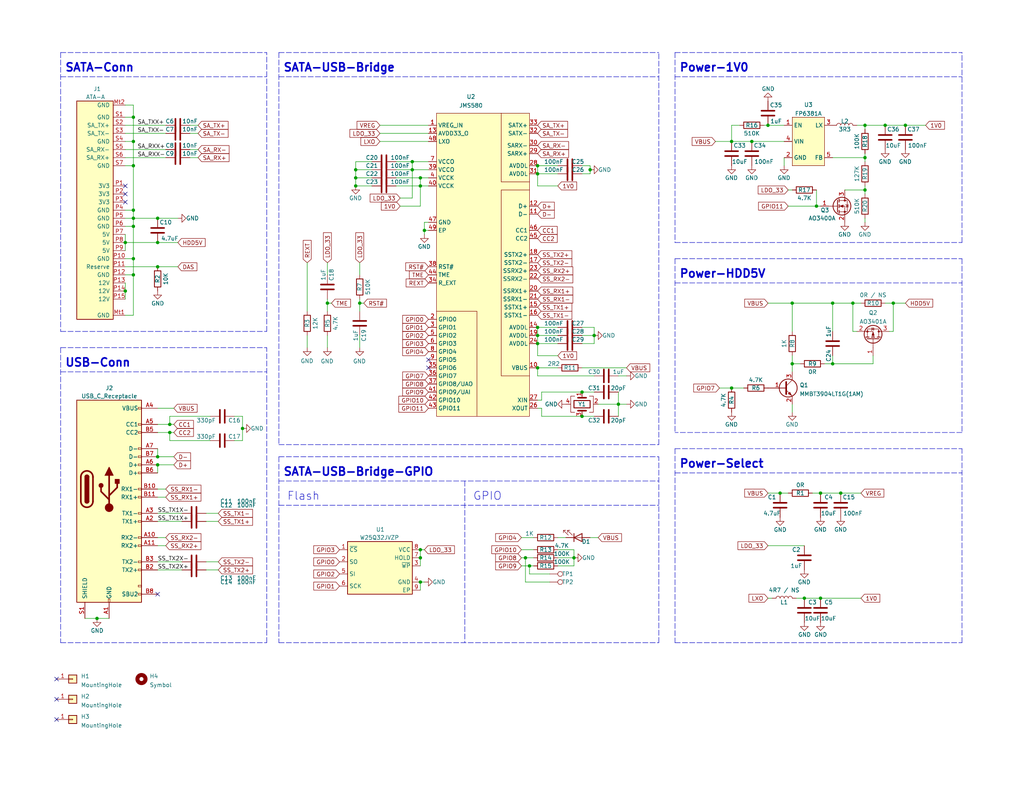
<source format=kicad_sch>
(kicad_sch (version 20211123) (generator eeschema)
  (paper "User" 321.767 249.403)
  (junction (at 41.91 86.36))
  (junction (at 39.37 91.44))
  (junction (at 102.87 95.25))
  (junction (at 132.08 175.26))
  (junction (at 271.78 39.37))
  (junction (at 113.03 95.25))
  (junction (at 267.97 95.25))
  (junction (at 168.91 54.61))
  (junction (at 180.34 175.26))
  (junction (at 132.08 182.88))
  (junction (at 41.91 52.07))
  (junction (at 261.62 95.25))
  (junction (at 41.91 66.04))
  (junction (at 53.34 135.89))
  (junction (at 111.76 55.88))
  (junction (at 168.91 52.07))
  (junction (at 49.53 68.58))
  (junction (at 168.91 107.95))
  (junction (at 182.88 123.19))
  (junction (at 168.91 115.57))
  (junction (at 165.1 175.26))
  (junction (at 236.22 44.45))
  (junction (at 280.67 95.25))
  (junction (at 256.54 64.77))
  (junction (at 261.62 114.3))
  (junction (at 41.91 44.45))
  (junction (at 132.08 55.88))
  (junction (at 185.42 53.34))
  (junction (at 133.35 72.39))
  (junction (at 129.54 53.34))
  (junction (at 132.08 58.42))
  (junction (at 41.91 71.12))
  (junction (at 129.54 50.8))
  (junction (at 182.88 130.81))
  (junction (at 111.76 58.42))
  (junction (at 39.37 76.2))
  (junction (at 111.76 53.34))
  (junction (at 49.53 76.2))
  (junction (at 168.91 102.87))
  (junction (at 41.91 36.83))
  (junction (at 194.31 127))
  (junction (at 41.91 68.58))
  (junction (at 257.81 187.96))
  (junction (at 229.87 121.92))
  (junction (at 271.78 49.53))
  (junction (at 76.2 134.62))
  (junction (at 257.81 154.94))
  (junction (at 53.34 133.35))
  (junction (at 49.53 143.51))
  (junction (at 271.78 59.69))
  (junction (at 284.48 39.37))
  (junction (at 168.91 105.41))
  (junction (at 132.08 172.72))
  (junction (at 229.87 44.45))
  (junction (at 166.37 177.8))
  (junction (at 248.92 114.3))
  (junction (at 264.16 154.94))
  (junction (at 49.53 146.05))
  (junction (at 252.73 187.96))
  (junction (at 186.69 105.41))
  (junction (at 49.53 83.82))
  (junction (at 278.13 39.37))
  (junction (at 30.48 194.31))
  (junction (at 248.92 95.25))
  (junction (at 41.91 81.28))
  (junction (at 245.11 154.94))
  (junction (at 241.3 39.37))
  (no_connect (at 49.53 186.69))
  (no_connect (at 17.78 226.06))
  (no_connect (at 17.78 213.36))
  (no_connect (at 17.78 219.71))
  (no_connect (at 39.37 60.96))
  (no_connect (at 39.37 63.5))
  (no_connect (at 39.37 58.42))
  (no_connect (at 134.62 115.57))
  (no_connect (at 134.62 113.03))
  (wire (pts (xy 119.38 39.37) (xy 134.62 39.37)))
  (wire (pts (xy 252.73 187.96) (xy 257.81 187.96)))
  (wire (pts (xy 102.87 105.41) (xy 102.87 109.22)))
  (polyline (pts (xy 19.05 24.13) (xy 83.82 24.13)))
  (wire (pts (xy 41.91 52.07) (xy 41.91 66.04)))
  (wire (pts (xy 55.88 83.82) (xy 49.53 83.82)))
  (wire (pts (xy 49.53 68.58) (xy 41.91 68.58)))
  (wire (pts (xy 39.37 73.66) (xy 39.37 76.2)))
  (wire (pts (xy 49.53 83.82) (xy 39.37 83.82)))
  (wire (pts (xy 267.97 95.25) (xy 270.51 95.25)))
  (wire (pts (xy 41.91 71.12) (xy 39.37 71.12)))
  (wire (pts (xy 241.3 171.45) (xy 252.73 171.45)))
  (wire (pts (xy 261.62 114.3) (xy 274.32 114.3)))
  (polyline (pts (xy 212.09 24.13) (xy 302.26 24.13)))
  (wire (pts (xy 39.37 36.83) (xy 41.91 36.83)))
  (wire (pts (xy 68.58 163.83) (xy 64.77 163.83)))
  (wire (pts (xy 41.91 66.04) (xy 41.91 68.58)))
  (wire (pts (xy 68.58 179.07) (xy 64.77 179.07)))
  (wire (pts (xy 62.23 46.99) (xy 59.69 46.99)))
  (wire (pts (xy 53.34 133.35) (xy 54.61 133.35)))
  (polyline (pts (xy 207.01 201.93) (xy 207.01 143.51)))
  (wire (pts (xy 41.91 99.06) (xy 39.37 99.06)))
  (wire (pts (xy 119.38 41.91) (xy 134.62 41.91)))
  (wire (pts (xy 132.08 58.42) (xy 134.62 58.42)))
  (wire (pts (xy 134.62 69.85) (xy 133.35 69.85)))
  (wire (pts (xy 182.88 52.07) (xy 185.42 52.07)))
  (wire (pts (xy 261.62 49.53) (xy 271.78 49.53)))
  (wire (pts (xy 280.67 95.25) (xy 278.13 95.25)))
  (wire (pts (xy 165.1 175.26) (xy 167.64 175.26)))
  (wire (pts (xy 41.91 36.83) (xy 41.91 44.45)))
  (wire (pts (xy 248.92 95.25) (xy 248.92 104.14)))
  (wire (pts (xy 271.78 59.69) (xy 271.78 60.96)))
  (wire (pts (xy 125.73 64.77) (xy 132.08 64.77)))
  (wire (pts (xy 132.08 182.88) (xy 133.35 182.88)))
  (wire (pts (xy 168.91 52.07) (xy 168.91 54.61)))
  (wire (pts (xy 248.92 114.3) (xy 248.92 116.84)))
  (wire (pts (xy 271.78 48.26) (xy 271.78 49.53)))
  (wire (pts (xy 168.91 102.87) (xy 168.91 105.41)))
  (wire (pts (xy 168.91 52.07) (xy 175.26 52.07)))
  (wire (pts (xy 104.14 95.25) (xy 102.87 95.25)))
  (wire (pts (xy 168.91 128.27) (xy 170.18 128.27)))
  (wire (pts (xy 57.15 176.53) (xy 49.53 176.53)))
  (polyline (pts (xy 212.09 88.9) (xy 302.26 88.9)))
  (polyline (pts (xy 87.63 143.51) (xy 87.63 201.93)))
  (wire (pts (xy 133.35 72.39) (xy 133.35 73.66)))
  (wire (pts (xy 170.18 123.19) (xy 170.18 125.73)))
  (polyline (pts (xy 302.26 81.28) (xy 302.26 135.89)))
  (wire (pts (xy 62.23 41.91) (xy 59.69 41.91)))
  (polyline (pts (xy 212.09 140.97) (xy 212.09 201.93)))
  (wire (pts (xy 102.87 82.55) (xy 102.87 86.36)))
  (wire (pts (xy 54.61 143.51) (xy 49.53 143.51)))
  (wire (pts (xy 232.41 39.37) (xy 229.87 39.37)))
  (wire (pts (xy 224.79 44.45) (xy 229.87 44.45)))
  (wire (pts (xy 96.52 105.41) (xy 96.52 109.22)))
  (wire (pts (xy 41.91 81.28) (xy 39.37 81.28)))
  (wire (pts (xy 185.42 54.61) (xy 185.42 53.34)))
  (wire (pts (xy 39.37 88.9) (xy 39.37 91.44)))
  (wire (pts (xy 41.91 66.04) (xy 39.37 66.04)))
  (wire (pts (xy 257.81 154.94) (xy 255.27 154.94)))
  (wire (pts (xy 53.34 135.89) (xy 49.53 135.89)))
  (wire (pts (xy 39.37 91.44) (xy 39.37 93.98)))
  (wire (pts (xy 133.35 69.85) (xy 133.35 72.39)))
  (wire (pts (xy 180.34 172.72) (xy 180.34 175.26)))
  (wire (pts (xy 261.62 111.76) (xy 261.62 114.3)))
  (wire (pts (xy 168.91 118.11) (xy 168.91 115.57)))
  (wire (pts (xy 68.58 176.53) (xy 64.77 176.53)))
  (wire (pts (xy 49.53 76.2) (xy 39.37 76.2)))
  (wire (pts (xy 182.88 105.41) (xy 186.69 105.41)))
  (wire (pts (xy 252.73 187.96) (xy 250.19 187.96)))
  (wire (pts (xy 41.91 81.28) (xy 41.91 86.36)))
  (wire (pts (xy 270.51 154.94) (xy 264.16 154.94)))
  (wire (pts (xy 170.18 130.81) (xy 182.88 130.81)))
  (wire (pts (xy 54.61 146.05) (xy 49.53 146.05)))
  (wire (pts (xy 271.78 68.58) (xy 271.78 69.85)))
  (wire (pts (xy 132.08 58.42) (xy 132.08 55.88)))
  (wire (pts (xy 196.85 127) (xy 194.31 127)))
  (wire (pts (xy 124.46 50.8) (xy 129.54 50.8)))
  (wire (pts (xy 229.87 44.45) (xy 236.22 44.45)))
  (wire (pts (xy 247.65 64.77) (xy 256.54 64.77)))
  (wire (pts (xy 168.91 105.41) (xy 168.91 107.95)))
  (wire (pts (xy 163.83 175.26) (xy 165.1 175.26)))
  (wire (pts (xy 132.08 64.77) (xy 132.08 58.42)))
  (wire (pts (xy 113.03 95.25) (xy 113.03 97.79)))
  (wire (pts (xy 284.48 39.37) (xy 290.83 39.37)))
  (wire (pts (xy 247.65 59.69) (xy 248.92 59.69)))
  (wire (pts (xy 168.91 54.61) (xy 168.91 58.42)))
  (wire (pts (xy 271.78 58.42) (xy 271.78 59.69)))
  (wire (pts (xy 274.32 114.3) (xy 274.32 111.76)))
  (wire (pts (xy 132.08 182.88) (xy 132.08 185.42)))
  (wire (pts (xy 241.3 95.25) (xy 248.92 95.25)))
  (wire (pts (xy 245.11 154.94) (xy 247.65 154.94)))
  (wire (pts (xy 166.37 180.34) (xy 172.72 180.34)))
  (wire (pts (xy 182.88 123.19) (xy 186.69 123.19)))
  (wire (pts (xy 41.91 71.12) (xy 41.91 81.28)))
  (polyline (pts (xy 19.05 109.22) (xy 19.05 201.93)))
  (wire (pts (xy 166.37 177.8) (xy 166.37 180.34)))
  (wire (pts (xy 175.26 177.8) (xy 180.34 177.8)))
  (wire (pts (xy 54.61 128.27) (xy 49.53 128.27)))
  (polyline (pts (xy 212.09 81.28) (xy 212.09 135.89)))
  (wire (pts (xy 57.15 161.29) (xy 49.53 161.29)))
  (wire (pts (xy 168.91 111.76) (xy 175.26 111.76)))
  (wire (pts (xy 187.96 127) (xy 194.31 127)))
  (wire (pts (xy 132.08 172.72) (xy 132.08 175.26)))
  (wire (pts (xy 34.29 194.31) (xy 30.48 194.31)))
  (wire (pts (xy 265.43 59.69) (xy 271.78 59.69)))
  (wire (pts (xy 168.91 102.87) (xy 175.26 102.87)))
  (wire (pts (xy 39.37 46.99) (xy 52.07 46.99)))
  (wire (pts (xy 124.46 58.42) (xy 132.08 58.42)))
  (polyline (pts (xy 83.82 201.93) (xy 83.82 109.22)))
  (polyline (pts (xy 87.63 139.7) (xy 207.01 139.7)))
  (wire (pts (xy 256.54 64.77) (xy 257.81 64.77)))
  (wire (pts (xy 39.37 76.2) (xy 39.37 78.74)))
  (wire (pts (xy 102.87 93.98) (xy 102.87 95.25)))
  (wire (pts (xy 248.92 111.76) (xy 248.92 114.3)))
  (wire (pts (xy 41.91 68.58) (xy 39.37 68.58)))
  (wire (pts (xy 111.76 50.8) (xy 116.84 50.8)))
  (wire (pts (xy 226.06 121.92) (xy 229.87 121.92)))
  (wire (pts (xy 165.1 175.26) (xy 165.1 182.88)))
  (wire (pts (xy 267.97 104.14) (xy 267.97 95.25)))
  (wire (pts (xy 180.34 175.26) (xy 180.34 177.8)))
  (wire (pts (xy 175.26 168.91) (xy 177.8 168.91)))
  (wire (pts (xy 96.52 82.55) (xy 96.52 97.79)))
  (polyline (pts (xy 19.05 16.51) (xy 19.05 104.14)))
  (wire (pts (xy 182.88 54.61) (xy 185.42 54.61)))
  (wire (pts (xy 280.67 95.25) (xy 284.48 95.25)))
  (wire (pts (xy 257.81 187.96) (xy 270.51 187.96)))
  (wire (pts (xy 53.34 138.43) (xy 66.04 138.43)))
  (wire (pts (xy 39.37 49.53) (xy 52.07 49.53)))
  (wire (pts (xy 269.24 39.37) (xy 271.78 39.37)))
  (wire (pts (xy 240.03 39.37) (xy 241.3 39.37)))
  (wire (pts (xy 134.62 72.39) (xy 133.35 72.39)))
  (wire (pts (xy 132.08 175.26) (xy 132.08 177.8)))
  (wire (pts (xy 241.3 154.94) (xy 245.11 154.94)))
  (wire (pts (xy 53.34 130.81) (xy 53.34 133.35)))
  (wire (pts (xy 111.76 53.34) (xy 111.76 50.8)))
  (wire (pts (xy 62.23 39.37) (xy 59.69 39.37)))
  (wire (pts (xy 271.78 49.53) (xy 271.78 50.8)))
  (wire (pts (xy 182.88 130.81) (xy 186.69 130.81)))
  (wire (pts (xy 57.15 179.07) (xy 49.53 179.07)))
  (wire (pts (xy 55.88 76.2) (xy 49.53 76.2)))
  (wire (pts (xy 129.54 53.34) (xy 129.54 62.23)))
  (wire (pts (xy 111.76 53.34) (xy 111.76 55.88)))
  (wire (pts (xy 113.03 82.55) (xy 113.03 86.36)))
  (wire (pts (xy 182.88 102.87) (xy 186.69 102.87)))
  (wire (pts (xy 248.92 114.3) (xy 251.46 114.3)))
  (wire (pts (xy 49.53 168.91) (xy 52.07 168.91)))
  (wire (pts (xy 168.91 54.61) (xy 175.26 54.61)))
  (polyline (pts (xy 87.63 24.13) (xy 207.01 24.13)))
  (wire (pts (xy 125.73 62.23) (xy 129.54 62.23)))
  (wire (pts (xy 73.66 138.43) (xy 76.2 138.43)))
  (wire (pts (xy 168.91 105.41) (xy 175.26 105.41)))
  (wire (pts (xy 271.78 39.37) (xy 271.78 40.64)))
  (wire (pts (xy 52.07 156.21) (xy 49.53 156.21)))
  (polyline (pts (xy 212.09 148.59) (xy 302.26 148.59)))
  (wire (pts (xy 41.91 86.36) (xy 39.37 86.36)))
  (wire (pts (xy 129.54 53.34) (xy 134.62 53.34)))
  (wire (pts (xy 129.54 50.8) (xy 134.62 50.8)))
  (wire (pts (xy 49.53 140.97) (xy 49.53 143.51)))
  (polyline (pts (xy 212.09 81.28) (xy 302.26 81.28)))
  (wire (pts (xy 41.91 52.07) (xy 39.37 52.07)))
  (wire (pts (xy 41.91 44.45) (xy 41.91 52.07)))
  (wire (pts (xy 111.76 55.88) (xy 116.84 55.88)))
  (wire (pts (xy 41.91 68.58) (xy 41.91 71.12)))
  (polyline (pts (xy 87.63 143.51) (xy 207.01 143.51)))
  (wire (pts (xy 236.22 44.45) (xy 246.38 44.45)))
  (wire (pts (xy 41.91 36.83) (xy 41.91 33.02)))
  (wire (pts (xy 196.85 115.57) (xy 182.88 115.57)))
  (polyline (pts (xy 87.63 151.13) (xy 207.01 151.13)))
  (wire (pts (xy 111.76 55.88) (xy 111.76 58.42)))
  (wire (pts (xy 68.58 161.29) (xy 64.77 161.29)))
  (wire (pts (xy 30.48 194.31) (xy 26.67 194.31)))
  (wire (pts (xy 170.18 130.81) (xy 170.18 128.27)))
  (wire (pts (xy 185.42 168.91) (xy 187.96 168.91)))
  (wire (pts (xy 165.1 182.88) (xy 172.72 182.88)))
  (wire (pts (xy 132.08 172.72) (xy 133.35 172.72)))
  (wire (pts (xy 124.46 55.88) (xy 132.08 55.88)))
  (polyline (pts (xy 19.05 109.22) (xy 83.82 109.22)))
  (wire (pts (xy 229.87 121.92) (xy 233.68 121.92)))
  (wire (pts (xy 259.08 114.3) (xy 261.62 114.3)))
  (wire (pts (xy 124.46 53.34) (xy 129.54 53.34)))
  (wire (pts (xy 102.87 95.25) (xy 102.87 97.79)))
  (wire (pts (xy 241.3 39.37) (xy 246.38 39.37)))
  (wire (pts (xy 194.31 130.81) (xy 194.31 127)))
  (wire (pts (xy 39.37 41.91) (xy 52.07 41.91)))
  (wire (pts (xy 55.88 68.58) (xy 49.53 68.58)))
  (polyline (pts (xy 87.63 158.75) (xy 207.01 158.75)))
  (wire (pts (xy 53.34 135.89) (xy 53.34 138.43)))
  (wire (pts (xy 54.61 135.89) (xy 53.34 135.89)))
  (polyline (pts (xy 19.05 201.93) (xy 83.82 201.93)))
  (wire (pts (xy 269.24 104.14) (xy 267.97 104.14)))
  (wire (pts (xy 73.66 130.81) (xy 76.2 130.81)))
  (wire (pts (xy 242.57 187.96) (xy 241.3 187.96)))
  (wire (pts (xy 168.91 107.95) (xy 168.91 111.76)))
  (wire (pts (xy 76.2 130.81) (xy 76.2 134.62)))
  (polyline (pts (xy 212.09 201.93) (xy 302.26 201.93)))
  (wire (pts (xy 271.78 39.37) (xy 278.13 39.37)))
  (wire (pts (xy 111.76 58.42) (xy 116.84 58.42)))
  (wire (pts (xy 57.15 163.83) (xy 49.53 163.83)))
  (wire (pts (xy 256.54 59.69) (xy 256.54 64.77)))
  (polyline (pts (xy 87.63 16.51) (xy 207.01 16.51)))
  (wire (pts (xy 111.76 53.34) (xy 116.84 53.34)))
  (polyline (pts (xy 302.26 201.93) (xy 302.26 140.97)))
  (wire (pts (xy 257.81 154.94) (xy 264.16 154.94)))
  (wire (pts (xy 41.91 44.45) (xy 39.37 44.45)))
  (wire (pts (xy 163.83 172.72) (xy 167.64 172.72)))
  (wire (pts (xy 49.53 171.45) (xy 52.07 171.45)))
  (wire (pts (xy 114.3 95.25) (xy 113.03 95.25)))
  (wire (pts (xy 76.2 134.62) (xy 76.2 138.43)))
  (polyline (pts (xy 212.09 140.97) (xy 302.26 140.97)))
  (wire (pts (xy 132.08 55.88) (xy 134.62 55.88)))
  (wire (pts (xy 113.03 105.41) (xy 113.03 109.22)))
  (wire (pts (xy 248.92 95.25) (xy 261.62 95.25)))
  (wire (pts (xy 196.85 118.11) (xy 194.31 118.11)))
  (polyline (pts (xy 302.26 76.2) (xy 302.26 16.51)))
  (polyline (pts (xy 302.26 135.89) (xy 212.09 135.89)))
  (wire (pts (xy 246.38 49.53) (xy 246.38 52.07)))
  (wire (pts (xy 194.31 127) (xy 194.31 123.19)))
  (wire (pts (xy 182.88 107.95) (xy 186.69 107.95)))
  (polyline (pts (xy 19.05 16.51) (xy 83.82 16.51)))
  (wire (pts (xy 248.92 127) (xy 248.92 129.54)))
  (wire (pts (xy 185.42 52.07) (xy 185.42 53.34)))
  (wire (pts (xy 49.53 133.35) (xy 53.34 133.35)))
  (polyline (pts (xy 87.63 201.93) (xy 207.01 201.93)))
  (wire (pts (xy 39.37 39.37) (xy 52.07 39.37)))
  (wire (pts (xy 129.54 50.8) (xy 129.54 53.34)))
  (wire (pts (xy 41.91 86.36) (xy 41.91 99.06)))
  (polyline (pts (xy 19.05 116.84) (xy 83.82 116.84)))
  (polyline (pts (xy 83.82 104.14) (xy 83.82 16.51)))
  (wire (pts (xy 163.83 168.91) (xy 167.64 168.91)))
  (wire (pts (xy 168.91 58.42) (xy 175.26 58.42)))
  (wire (pts (xy 66.04 130.81) (xy 53.34 130.81)))
  (wire (pts (xy 170.18 123.19) (xy 182.88 123.19)))
  (wire (pts (xy 279.4 104.14) (xy 280.67 104.14)))
  (wire (pts (xy 41.91 33.02) (xy 39.37 33.02)))
  (polyline (pts (xy 212.09 76.2) (xy 302.26 76.2)))
  (wire (pts (xy 163.83 177.8) (xy 166.37 177.8)))
  (wire (pts (xy 261.62 95.25) (xy 267.97 95.25)))
  (wire (pts (xy 280.67 104.14) (xy 280.67 95.25)))
  (wire (pts (xy 261.62 95.25) (xy 261.62 104.14)))
  (wire (pts (xy 52.07 153.67) (xy 49.53 153.67)))
  (polyline (pts (xy 212.09 16.51) (xy 212.09 76.2)))
  (wire (pts (xy 168.91 125.73) (xy 170.18 125.73)))
  (wire (pts (xy 186.69 102.87) (xy 186.69 105.41)))
  (wire (pts (xy 119.38 44.45) (xy 134.62 44.45)))
  (wire (pts (xy 175.26 172.72) (xy 180.34 172.72)))
  (wire (pts (xy 278.13 39.37) (xy 284.48 39.37)))
  (wire (pts (xy 62.23 49.53) (xy 59.69 49.53)))
  (polyline (pts (xy 146.05 151.13) (xy 146.05 201.93)))
  (wire (pts (xy 175.26 175.26) (xy 180.34 175.26)))
  (wire (pts (xy 49.53 146.05) (xy 49.53 148.59)))
  (polyline (pts (xy 207.01 139.7) (xy 207.01 16.51)))
  (wire (pts (xy 229.87 39.37) (xy 229.87 44.45)))
  (polyline (pts (xy 212.09 16.51) (xy 302.26 16.51)))
  (wire (pts (xy 113.03 93.98) (xy 113.03 95.25)))
  (polyline (pts (xy 19.05 104.14) (xy 83.82 104.14)))
  (wire (pts (xy 186.69 107.95) (xy 186.69 105.41)))
  (wire (pts (xy 166.37 177.8) (xy 167.64 177.8)))
  (wire (pts (xy 168.91 118.11) (xy 186.69 118.11)))
  (wire (pts (xy 168.91 107.95) (xy 175.26 107.95)))
  (wire (pts (xy 168.91 115.57) (xy 175.26 115.57)))
  (polyline (pts (xy 87.63 16.51) (xy 87.63 139.7)))
  (text "Power-Select\n" (at 213.36 147.32 0) (effects (font (size 2.54 2.54) (thickness 0.508) bold) (justify left bottom)))
  (text "Flash" (at 90.17 157.48 0) (effects (font (size 2.54 2.54)) (justify left bottom)))
  (text "SATA-USB-Bridge-GPIO" (at 88.9 149.86 0) (effects (font (size 2.54 2.54) (thickness 0.508) bold) (justify left bottom)))
  (text "Power-HDD5V" (at 213.36 87.63 0) (effects (font (size 2.54 2.54) (thickness 0.508) bold) (justify left bottom)))
  (text "SATA-Conn" (at 20.32 22.86 0) (effects (font (size 2.54 2.54) (thickness 0.508) bold) (justify left bottom)))
  (text "USB-Conn" (at 20.32 115.57 0) (effects (font (size 2.54 2.54) (thickness 0.508) bold) (justify left bottom)))
  (text "SATA-USB-Bridge" (at 88.9 22.86 0) (effects (font (size 2.54 2.54) (thickness 0.508) bold) (justify left bottom)))
  (text "Power-1V0" (at 213.36 22.86 0) (effects (font (size 2.54 2.54) (thickness 0.508) bold) (justify left bottom)))
  (text "GPIO" (at 148.59 157.48 0) (effects (font (size 2.54 2.54)) (justify left bottom)))
  (label "SA_TXX+" (at 43.18 39.37 0))
  (label "SS_TX2X+" (at 49.53 179.07 0))
  (label "SS_TX1X-" (at 49.53 161.29 0))
  (label "SS_TX2X-" (at 49.53 176.53 0))
  (label "SA_RXX-" (at 43.18 49.53 0))
  (label "SA_TXX-" (at 43.18 41.91 0))
  (label "SA_RXX+" (at 43.18 46.99 0))
  (label "SS_TX1X+" (at 49.53 163.83 0))
  (global_label "GPIO9" (shape input) (at 134.62 123.19 180) (property "Intersheet References" "${INTERSHEET_REFS}" (effects hide)))
  (global_label "GPIO0" (shape input) (at 106.68 176.53 180) (property "Intersheet References" "${INTERSHEET_REFS}" (effects hide)))
  (global_label "1V0" (shape input) (at 290.83 39.37 0) (property "Intersheet References" "${INTERSHEET_REFS}" (effects hide)))
  (global_label "SA_RX-" (shape input) (at 62.23 46.99 0) (property "Intersheet References" "${INTERSHEET_REFS}" (effects hide)))
  (global_label "LDO_33" (shape input) (at 113.03 82.55 90) (property "Intersheet References" "${INTERSHEET_REFS}" (effects hide)))
  (global_label "CC1" (shape input) (at 54.61 133.35 0) (property "Intersheet References" "${INTERSHEET_REFS}" (effects hide)))
  (global_label "GPIO2" (shape input) (at 134.62 105.41 180) (property "Intersheet References" "${INTERSHEET_REFS}" (effects hide)))
  (global_label "GPIO7" (shape input) (at 134.62 118.11 180) (property "Intersheet References" "${INTERSHEET_REFS}" (effects hide)))
  (global_label "VREG" (shape input) (at 119.38 39.37 180) (property "Intersheet References" "${INTERSHEET_REFS}" (effects hide)))
  (global_label "SA_RX+" (shape input) (at 168.91 48.26 0) (property "Intersheet References" "${INTERSHEET_REFS}" (effects hide)))
  (global_label "GPIO11" (shape input) (at 247.65 64.77 180) (property "Intersheet References" "${INTERSHEET_REFS}" (effects hide)))
  (global_label "GPIO3" (shape input) (at 106.68 172.72 180) (property "Intersheet References" "${INTERSHEET_REFS}" (effects hide)))
  (global_label "GPIO0" (shape input) (at 134.62 100.33 180) (property "Intersheet References" "${INTERSHEET_REFS}" (effects hide)))
  (global_label "REXT" (shape input) (at 96.52 82.55 90) (property "Intersheet References" "${INTERSHEET_REFS}" (effects hide)))
  (global_label "SA_TX+" (shape input) (at 168.91 39.37 0) (property "Intersheet References" "${INTERSHEET_REFS}" (effects hide)))
  (global_label "SA_TX-" (shape input) (at 62.23 41.91 0) (property "Intersheet References" "${INTERSHEET_REFS}" (effects hide)))
  (global_label "SS_RX1+" (shape input) (at 52.07 156.21 0) (property "Intersheet References" "${INTERSHEET_REFS}" (effects hide)))
  (global_label "DAS" (shape input) (at 55.88 83.82 0) (property "Intersheet References" "${INTERSHEET_REFS}" (effects hide)))
  (global_label "SS_TX2-" (shape input) (at 168.91 82.55 0) (property "Intersheet References" "${INTERSHEET_REFS}" (effects hide)))
  (global_label "D-" (shape input) (at 54.61 143.51 0) (property "Intersheet References" "${INTERSHEET_REFS}" (effects hide)))
  (global_label "LDO_33" (shape input) (at 247.65 59.69 180) (property "Intersheet References" "${INTERSHEET_REFS}" (effects hide)))
  (global_label "SS_RX1-" (shape input) (at 168.91 93.98 0) (property "Intersheet References" "${INTERSHEET_REFS}" (effects hide)))
  (global_label "HDD5V" (shape input) (at 284.48 95.25 0) (property "Intersheet References" "${INTERSHEET_REFS}" (effects hide)))
  (global_label "1V0" (shape input) (at 175.26 111.76 0) (property "Intersheet References" "${INTERSHEET_REFS}" (effects hide)))
  (global_label "LDO_33" (shape input) (at 102.87 82.55 90) (property "Intersheet References" "${INTERSHEET_REFS}" (effects hide)))
  (global_label "VBUS" (shape input) (at 196.85 115.57 0) (property "Intersheet References" "${INTERSHEET_REFS}" (effects hide)))
  (global_label "VBUS" (shape input) (at 241.3 95.25 180) (property "Intersheet References" "${INTERSHEET_REFS}" (effects hide)))
  (global_label "GPIO10" (shape input) (at 163.83 172.72 180) (property "Intersheet References" "${INTERSHEET_REFS}" (effects hide)))
  (global_label "SS_TX2+" (shape input) (at 168.91 80.01 0) (property "Intersheet References" "${INTERSHEET_REFS}" (effects hide)))
  (global_label "SS_TX1+" (shape input) (at 168.91 96.52 0) (property "Intersheet References" "${INTERSHEET_REFS}" (effects hide)))
  (global_label "GPIO8" (shape input) (at 134.62 120.65 180) (property "Intersheet References" "${INTERSHEET_REFS}" (effects hide)))
  (global_label "SA_RX-" (shape input) (at 168.91 45.72 0) (property "Intersheet References" "${INTERSHEET_REFS}" (effects hide)))
  (global_label "SA_TX-" (shape input) (at 168.91 41.91 0) (property "Intersheet References" "${INTERSHEET_REFS}" (effects hide)))
  (global_label "LXO" (shape input) (at 119.38 44.45 180) (property "Intersheet References" "${INTERSHEET_REFS}" (effects hide)))
  (global_label "GPIO8" (shape input) (at 163.83 175.26 180) (property "Intersheet References" "${INTERSHEET_REFS}" (effects hide)))
  (global_label "GPIO1" (shape input) (at 106.68 184.15 180) (property "Intersheet References" "${INTERSHEET_REFS}" (effects hide)))
  (global_label "SS_RX1-" (shape input) (at 52.07 153.67 0) (property "Intersheet References" "${INTERSHEET_REFS}" (effects hide)))
  (global_label "LDO_33" (shape input) (at 119.38 41.91 180) (property "Intersheet References" "${INTERSHEET_REFS}" (effects hide)))
  (global_label "CC2" (shape input) (at 54.61 135.89 0) (property "Intersheet References" "${INTERSHEET_REFS}" (effects hide)))
  (global_label "VBUS" (shape input) (at 187.96 168.91 0) (property "Intersheet References" "${INTERSHEET_REFS}" (effects hide)))
  (global_label "TME" (shape input) (at 134.62 86.36 180) (property "Intersheet References" "${INTERSHEET_REFS}" (effects hide)))
  (global_label "GPIO1" (shape input) (at 134.62 102.87 180) (property "Intersheet References" "${INTERSHEET_REFS}" (effects hide)))
  (global_label "SS_RX2-" (shape input) (at 52.07 168.91 0) (property "Intersheet References" "${INTERSHEET_REFS}" (effects hide)))
  (global_label "VBUS" (shape input) (at 241.3 154.94 180) (property "Intersheet References" "${INTERSHEET_REFS}" (effects hide)))
  (global_label "CC1" (shape input) (at 168.91 72.39 0) (property "Intersheet References" "${INTERSHEET_REFS}" (effects hide)))
  (global_label "SS_RX2+" (shape input) (at 168.91 85.09 0) (property "Intersheet References" "${INTERSHEET_REFS}" (effects hide)))
  (global_label "1V0" (shape input) (at 175.26 58.42 0) (property "Intersheet References" "${INTERSHEET_REFS}" (effects hide)))
  (global_label "SS_RX2-" (shape input) (at 168.91 87.63 0) (property "Intersheet References" "${INTERSHEET_REFS}" (effects hide)))
  (global_label "D+" (shape input) (at 54.61 146.05 0) (property "Intersheet References" "${INTERSHEET_REFS}" (effects hide)))
  (global_label "VREG" (shape input) (at 270.51 154.94 0) (property "Intersheet References" "${INTERSHEET_REFS}" (effects hide)))
  (global_label "SS_TX1+" (shape input) (at 68.58 163.83 0) (property "Intersheet References" "${INTERSHEET_REFS}" (effects hide)))
  (global_label "SS_TX2+" (shape input) (at 68.58 179.07 0) (property "Intersheet References" "${INTERSHEET_REFS}" (effects hide)))
  (global_label "LXO" (shape input) (at 241.3 187.96 180) (property "Intersheet References" "${INTERSHEET_REFS}" (effects hide)))
  (global_label "SS_TX2-" (shape input) (at 68.58 176.53 0) (property "Intersheet References" "${INTERSHEET_REFS}" (effects hide)))
  (global_label "SS_RX1+" (shape input) (at 168.91 91.44 0) (property "Intersheet References" "${INTERSHEET_REFS}" (effects hide)))
  (global_label "D+" (shape input) (at 168.91 64.77 0) (property "Intersheet References" "${INTERSHEET_REFS}" (effects hide)))
  (global_label "1V0" (shape input) (at 125.73 64.77 180) (property "Intersheet References" "${INTERSHEET_REFS}" (effects hide)))
  (global_label "RST#" (shape input) (at 114.3 95.25 0) (property "Intersheet References" "${INTERSHEET_REFS}" (effects hide)))
  (global_label "RST#" (shape input) (at 134.62 83.82 180) (property "Intersheet References" "${INTERSHEET_REFS}" (effects hide)))
  (global_label "SA_RX+" (shape input) (at 62.23 49.53 0) (property "Intersheet References" "${INTERSHEET_REFS}" (effects hide)))
  (global_label "GPIO9" (shape input) (at 163.83 177.8 180) (property "Intersheet References" "${INTERSHEET_REFS}" (effects hide)))
  (global_label "GPIO10" (shape input) (at 134.62 125.73 180) (property "Intersheet References" "${INTERSHEET_REFS}" (effects hide)))
  (global_label "SS_TX1-" (shape input) (at 168.91 99.06 0) (property "Intersheet References" "${INTERSHEET_REFS}" (effects hide)))
  (global_label "GPIO11" (shape input) (at 134.62 128.27 180) (property "Intersheet References" "${INTERSHEET_REFS}" (effects hide)))
  (global_label "SA_TX+" (shape input) (at 62.23 39.37 0) (property "Intersheet References" "${INTERSHEET_REFS}" (effects hide)))
  (global_label "LDO_33" (shape input) (at 133.35 172.72 0) (property "Intersheet References" "${INTERSHEET_REFS}" (effects hide)))
  (global_label "GPIO4" (shape input) (at 134.62 110.49 180) (property "Intersheet References" "${INTERSHEET_REFS}" (effects hide)))
  (global_label "VBUS" (shape input) (at 224.79 44.45 180) (property "Intersheet References" "${INTERSHEET_REFS}" (effects hide)))
  (global_label "HDD5V" (shape input) (at 55.88 76.2 0) (property "Intersheet References" "${INTERSHEET_REFS}" (effects hide)))
  (global_label "CC2" (shape input) (at 168.91 74.93 0) (property "Intersheet References" "${INTERSHEET_REFS}" (effects hide)))
  (global_label "GPIO3" (shape input) (at 134.62 107.95 180) (property "Intersheet References" "${INTERSHEET_REFS}" (effects hide)))
  (global_label "TME" (shape input) (at 104.14 95.25 0) (property "Intersheet References" "${INTERSHEET_REFS}" (effects hide)))
  (global_label "LDO_33" (shape input) (at 125.73 62.23 180) (property "Intersheet References" "${INTERSHEET_REFS}" (effects hide)))
  (global_label "1V0" (shape input) (at 270.51 187.96 0) (property "Intersheet References" "${INTERSHEET_REFS}" (effects hide)))
  (global_label "LDO_33" (shape input) (at 241.3 171.45 180) (property "Intersheet References" "${INTERSHEET_REFS}" (effects hide)))
  (global_label "REXT" (shape input) (at 134.62 88.9 180) (property "Intersheet References" "${INTERSHEET_REFS}" (effects hide)))
  (global_label "GPIO4" (shape input) (at 163.83 168.91 180) (property "Intersheet References" "${INTERSHEET_REFS}" (effects hide)))
  (global_label "SS_TX1-" (shape input) (at 68.58 161.29 0) (property "Intersheet References" "${INTERSHEET_REFS}" (effects hide)))
  (global_label "GPIO2" (shape input) (at 106.68 180.34 180) (property "Intersheet References" "${INTERSHEET_REFS}" (effects hide)))
  (global_label "SS_RX2+" (shape input) (at 52.07 171.45 0) (property "Intersheet References" "${INTERSHEET_REFS}" (effects hide)))
  (global_label "GPIO7" (shape input) (at 226.06 121.92 180) (property "Intersheet References" "${INTERSHEET_REFS}" (effects hide)))
  (global_label "VBUS" (shape input) (at 54.61 128.27 0) (property "Intersheet References" "${INTERSHEET_REFS}" (effects hide)))
  (global_label "D-" (shape input) (at 168.91 67.31 0) (property "Intersheet References" "${INTERSHEET_REFS}" (effects hide)))
  (symbol (lib_id "Device:C") (at 179.07 54.61 90) (unit 1)
    (property "Reference" "C26" (at 181.61 53.34 90))
    (property "Value" "100nF" (at 173.99 53.34 90))
    (property "Footprint" "Capacitor_SMD:C_0402_1005Metric" (effects hide))
  )
  (symbol (lib_id "power:GND") (at 196.85 127 90) (unit 1)
    (property "Reference" "#PWR0109" (effects hide))
    (property "Value" "GND" (at 199.39 127 90) (effects (justify right)))
  )
  (symbol (lib_id "Connector_Generic:Conn_01x01") (at 22.86 219.71 0) (unit 1)
    (property "Reference" "H2" (at 25.4 218.8015 0) (effects (justify left)))
    (property "Value" "MountingHole" (at 25.4 221.5766 0) (effects (justify left)))
    (property "Footprint" "MountingHole:MountingHole_2.2mm_M2_Pad_Via" (effects hide))
  )
  (symbol (lib_id "power:GND") (at 180.34 175.26 90) (unit 1)
    (property "Reference" "#PWR0116" (effects hide))
    (property "Value" "GND" (at 182.88 175.26 90) (effects (justify right)))
  )
  (symbol (lib_id "power:GND") (at 102.87 109.22 0) (unit 1)
    (property "Reference" "#PWR0105" (effects hide))
    (property "Value" "GND" (at 104.8227 113.4947 0) (effects (justify right)))
  )
  (symbol (lib_id "Device:R") (at 236.22 39.37 270) (unit 1)
    (property "Reference" "R16" (at 236.22 39.37 90))
    (property "Value" "510K" (at 236.22 41.91 90))
    (property "Footprint" "Resistor_SMD:R_0402_1005Metric" (effects hide))
  )
  (symbol (lib_id "Device:C") (at 69.85 138.43 270) (mirror x) (unit 1)
    (property "Reference" "C17" (at 73.66 137.16 90))
    (property "Value" "330pF" (at 64.77 137.16 90))
    (property "Footprint" "Capacitor_SMD:C_0402_1005Metric" (effects hide))
  )
  (symbol (lib_id "Device:C") (at 120.65 50.8 270) (unit 1)
    (property "Reference" "C20" (at 116.84 49.53 90))
    (property "Value" "100nF" (at 125.73 49.53 90))
    (property "Footprint" "Capacitor_SMD:C_0402_1005Metric" (effects hide))
  )
  (symbol (lib_id "Device:C") (at 120.65 53.34 270) (unit 1)
    (property "Reference" "C21" (at 116.84 52.07 90))
    (property "Value" "100nF" (at 125.73 52.07 90))
    (property "Footprint" "Capacitor_SMD:C_0402_1005Metric" (effects hide))
  )
  (symbol (lib_id "Device:C") (at 190.5 123.19 90) (unit 1)
    (property "Reference" "C31" (at 186.69 121.92 90))
    (property "Value" "20pF" (at 194.31 121.92 90))
    (property "Footprint" "Capacitor_SMD:C_0402_1005Metric" (effects hide))
  )
  (symbol (lib_id "power:GND") (at 229.87 129.54 0) (unit 1)
    (property "Reference" "#PWR0118" (effects hide))
    (property "Value" "GND" (at 231.8675 133.3668 0) (effects (justify right)))
  )
  (symbol (lib_id "Device:C") (at 179.07 107.95 90) (unit 1)
    (property "Reference" "C29" (at 181.61 106.68 90))
    (property "Value" "100nF" (at 173.99 106.68 90))
    (property "Footprint" "Capacitor_SMD:C_0402_1005Metric" (effects hide))
  )
  (symbol (lib_id "Device:Q_NPN_BEC") (at 246.38 121.92 0) (unit 1)
    (property "Reference" "Q1" (at 251.2314 121.0115 0) (effects (justify left)))
    (property "Value" "MMBT3904LT1G(1AM)" (at 251.2314 123.7866 0) (effects (justify left)))
    (property "Footprint" "Package_TO_SOT_SMD:SOT-23" (effects hide))
  )
  (symbol (lib_id "Device:R") (at 102.87 101.6 0) (unit 1)
    (property "Reference" "R5" (at 102.87 101.6 90))
    (property "Value" "4.7K" (at 105.41 101.6 90))
    (property "Footprint" "Resistor_SMD:R_0402_1005Metric" (effects hide))
  )
  (symbol (lib_id "Device:C") (at 236.22 48.26 180) (unit 1)
    (property "Reference" "C34" (at 238.76 45.72 0))
    (property "Value" "100nF" (at 240.03 50.8 0))
    (property "Footprint" "Capacitor_SMD:C_0402_1005Metric" (effects hide))
  )
  (symbol (lib_id "Device:C") (at 49.53 72.39 0) (mirror x) (unit 1)
    (property "Reference" "C10" (at 52.07 69.85 0))
    (property "Value" "4.7uF" (at 53.34 74.93 0))
    (property "Footprint" "Capacitor_SMD:C_0402_1005Metric" (effects hide))
  )
  (symbol (lib_id "Device:R") (at 49.53 87.63 0) (mirror y) (unit 1)
    (property "Reference" "R2" (at 49.53 87.63 90))
    (property "Value" "10K" (at 52.07 87.63 90))
    (property "Footprint" "Resistor_SMD:R_0402_1005Metric" (effects hide))
  )
  (symbol (lib_id "Device:C") (at 55.88 49.53 270) (mirror x) (unit 1)
    (property "Reference" "C9" (at 53.34 48.26 90))
    (property "Value" "10nF" (at 59.69 48.26 90))
    (property "Footprint" "Capacitor_SMD:C_0402_1005Metric" (effects hide))
  )
  (symbol (lib_id "JMS580:JMS580") (at 152.4 83.82 0) (unit 1)
    (property "Reference" "U2" (at 147.9804 30.3743 0))
    (property "Value" "JMS580" (at 147.9804 33.1494 0))
    (property "Footprint" "Package_DFN_QFN:QFN-48-1EP_6x6mm_P0.4mm_EP4.3x4.3mm" (effects hide))
  )
  (symbol (lib_id "Device:C") (at 257.81 191.77 0) (mirror y) (unit 1)
    (property "Reference" "C5" (at 260.35 189.23 0))
    (property "Value" "10uF" (at 260.35 194.31 0))
    (property "Footprint" "Capacitor_SMD:C_0402_1005Metric" (effects hide))
  )
  (symbol (lib_id "Device:R") (at 229.87 125.73 180) (unit 1)
    (property "Reference" "R4" (at 229.87 125.73 90))
    (property "Value" "4.7K" (at 227.33 125.73 90))
    (property "Footprint" "Resistor_SMD:R_0402_1005Metric" (effects hide))
  )
  (symbol (lib_id "power:GND") (at 177.8 127 270) (unit 1)
    (property "Reference" "#PWR0129" (effects hide))
    (property "Value" "GND" (at 175.26 127 90) (effects (justify right)))
  )
  (symbol (lib_id "power:GND") (at 245.11 162.56 0) (unit 1)
    (property "Reference" "#PWR0125" (effects hide))
    (property "Value" "GND" (at 247.1779 166.4377 0) (effects (justify right)))
  )
  (symbol (lib_id "Memory_Flash:W25Q32JVZP") (at 119.38 177.8 0) (unit 1)
    (property "Reference" "U1" (at 118.11 166.37 0) (effects (justify left)))
    (property "Value" "W25Q32JVZP" (at 113.03 168.91 0) (effects (justify left)))
    (property "Footprint" "Package_SON:WSON-8-1EP_6x5mm_P1.27mm_EP3.4x4.3mm" (effects hide))
    (property "Datasheet" "http://www.winbond.com/resource-files/w25q32jv%20revg%2003272018%20plus.pdf" (effects hide))
  )
  (symbol (lib_id "power:GND") (at 113.03 109.22 0) (unit 1)
    (property "Reference" "#PWR0104" (effects hide))
    (property "Value" "GND" (at 114.9827 113.4947 0) (effects (justify right)))
  )
  (symbol (lib_id "power:GND") (at 246.38 52.07 0) (unit 1)
    (property "Reference" "#PWR0123" (effects hide))
    (property "Value" "GND" (at 248.3775 55.8968 0) (effects (justify right)))
  )
  (symbol (lib_id "Device:C") (at 179.07 102.87 90) (unit 1)
    (property "Reference" "C27" (at 181.61 101.6 90))
    (property "Value" "100nF" (at 173.99 101.6 90))
    (property "Footprint" "Capacitor_SMD:C_0402_1005Metric" (effects hide))
  )
  (symbol (lib_id "power:GND") (at 278.13 46.99 0) (unit 1)
    (property "Reference" "#PWR0120" (effects hide))
    (property "Value" "GND" (at 280.1275 50.8168 0) (effects (justify right)))
  )
  (symbol (lib_id "Device:C") (at 60.96 161.29 270) (mirror x) (unit 1)
    (property "Reference" "C11" (at 71.12 157.48 90))
    (property "Value" "100nF" (at 77.47 157.48 90))
    (property "Footprint" "Capacitor_SMD:C_0402_1005Metric" (effects hide))
  )
  (symbol (lib_id "Transistor_FET:AO3401A") (at 274.32 106.68 270) (mirror x) (unit 1)
    (property "Reference" "Q2" (at 274.32 98.2685 90))
    (property "Value" "AO3401A" (at 274.32 101.0436 90))
    (property "Footprint" "Package_TO_SOT_SMD:SOT-23" (effects hide))
    (property "Datasheet" "http://www.aosmd.com/pdfs/datasheet/AO3401A.pdf" (effects hide))
  )
  (symbol (lib_id "Device:C") (at 60.96 163.83 270) (mirror x) (unit 1)
    (property "Reference" "C12" (at 71.12 158.75 90))
    (property "Value" "100nF" (at 77.47 158.75 90))
    (property "Footprint" "Capacitor_SMD:C_0402_1005Metric" (effects hide))
  )
  (symbol (lib_id "power:GND") (at 271.78 69.85 0) (unit 1)
    (property "Reference" "#PWR0121" (effects hide))
    (property "Value" "GND" (at 273.7775 73.6768 0) (effects (justify right)))
  )
  (symbol (lib_id "Device:R") (at 271.78 44.45 180) (unit 1)
    (property "Reference" "R18" (at 271.78 44.45 90))
    (property "Value" "100K" (at 269.24 44.45 90))
    (property "Footprint" "Resistor_SMD:R_0402_1005Metric" (effects hide))
  )
  (symbol (lib_id "power:GND") (at 196.85 118.11 90) (unit 1)
    (property "Reference" "#PWR0111" (effects hide))
    (property "Value" "GND" (at 199.39 118.11 90) (effects (justify right)))
  )
  (symbol (lib_id "Device:C") (at 113.03 101.6 180) (unit 1)
    (property "Reference" "C19" (at 114.3 105.41 90))
    (property "Value" "1uF" (at 111.76 105.41 90))
    (property "Footprint" "Capacitor_SMD:C_0402_1005Metric" (effects hide))
  )
  (symbol (lib_id "Connector_Generic:Conn_01x01") (at 22.86 226.06 0) (unit 1)
    (property "Reference" "H3" (at 25.4 225.1515 0) (effects (justify left)))
    (property "Value" "MountingHole" (at 25.4 227.9266 0) (effects (justify left)))
    (property "Footprint" "MountingHole:MountingHole_2.2mm_M2_Pad_Via" (effects hide))
  )
  (symbol (lib_id "power:GND") (at 55.88 68.58 90) (mirror x) (unit 1)
    (property "Reference" "#PWR0101" (effects hide))
    (property "Value" "GND" (at 58.42 68.58 90) (effects (justify right)))
  )
  (symbol (lib_id "Device:R") (at 274.32 95.25 90) (unit 1)
    (property "Reference" "R10" (at 274.32 95.25 90))
    (property "Value" "0R / NS" (at 274.32 92.71 90))
    (property "Footprint" "Resistor_SMD:R_0402_1005Metric" (effects hide))
  )
  (symbol (lib_id "Device:C") (at 179.07 105.41 90) (unit 1)
    (property "Reference" "C28" (at 181.61 104.14 90))
    (property "Value" "100nF" (at 173.99 104.14 90))
    (property "Footprint" "Capacitor_SMD:C_0402_1005Metric" (effects hide))
  )
  (symbol (lib_id "Device:R") (at 248.92 107.95 180) (unit 1)
    (property "Reference" "R8" (at 248.92 107.95 90))
    (property "Value" "1K" (at 246.38 107.95 90))
    (property "Footprint" "Resistor_SMD:R_0402_1005Metric" (effects hide))
  )
  (symbol (lib_id "Device:R") (at 171.45 172.72 90) (unit 1)
    (property "Reference" "R13" (at 171.45 172.72 90))
    (property "Value" "4.7K" (at 176.53 171.45 90))
    (property "Footprint" "Resistor_SMD:R_0402_1005Metric" (effects hide))
  )
  (symbol (lib_id "power:GND") (at 96.52 109.22 0) (unit 1)
    (property "Reference" "#PWR0106" (effects hide))
    (property "Value" "GND" (at 98.5139 113.4292 0) (effects (justify right)))
  )
  (symbol (lib_id "Device:C") (at 229.87 48.26 180) (unit 1)
    (property "Reference" "C33" (at 232.41 45.72 0))
    (property "Value" "10uF" (at 232.41 50.8 0))
    (property "Footprint" "Capacitor_SMD:C_0402_1005Metric" (effects hide))
  )
  (symbol (lib_id "power:GND") (at 265.43 69.85 0) (unit 1)
    (property "Reference" "#PWR0122" (effects hide))
    (property "Value" "GND" (at 267.4275 73.6768 0) (effects (justify right)))
  )
  (symbol (lib_id "Device:C") (at 241.3 35.56 180) (unit 1)
    (property "Reference" "C35" (at 243.84 33.02 0))
    (property "Value" "1uF" (at 243.84 38.1 0))
    (property "Footprint" "Capacitor_SMD:C_0402_1005Metric" (effects hide))
  )
  (symbol (lib_id "Device:C") (at 120.65 58.42 270) (unit 1)
    (property "Reference" "C23" (at 116.84 57.15 90))
    (property "Value" "100nF" (at 125.73 57.15 90))
    (property "Footprint" "Capacitor_SMD:C_0402_1005Metric" (effects hide))
  )
  (symbol (lib_id "Device:C") (at 264.16 158.75 180) (unit 1)
    (property "Reference" "C15" (at 266.7 156.21 0))
    (property "Value" "100nF" (at 267.97 161.29 0))
    (property "Footprint" "Capacitor_SMD:C_0402_1005Metric" (effects hide))
  )
  (symbol (lib_id "power:GND") (at 133.35 182.88 90) (unit 1)
    (property "Reference" "#PWR0128" (effects hide))
    (property "Value" "GND" (at 135.89 182.88 90) (effects (justify right)))
  )
  (symbol (lib_id "Device:L") (at 246.38 187.96 270) (mirror x) (unit 1)
    (property "Reference" "L1" (at 246.38 189.23 90))
    (property "Value" "4R7 / NS" (at 246.38 185.42 90))
    (property "Footprint" "Inductor_SMD:L_Neosid_SMS-ME3015" (effects hide))
  )
  (symbol (lib_id "FP6381A:FP6381A") (at 254 44.45 0) (unit 1)
    (property "Reference" "U3" (at 254 32.9143 0))
    (property "Value" "FP6381A" (at 254 35.6894 0))
    (property "Footprint" "Package_TO_SOT_SMD:SOT-23-5" (effects hide))
  )
  (symbol (lib_id "power:GND") (at 284.48 46.99 0) (unit 1)
    (property "Reference" "#PWR0119" (effects hide))
    (property "Value" "GND" (at 286.4775 50.8168 0) (effects (justify right)))
  )
  (symbol (lib_id "power:GND") (at 236.22 52.07 0) (unit 1)
    (property "Reference" "#PWR0115" (effects hide))
    (property "Value" "GND" (at 238.2175 55.8968 0) (effects (justify right)))
  )
  (symbol (lib_id "power:GND") (at 257.81 195.58 0) (mirror y) (unit 1)
    (property "Reference" "#PWR0130" (effects hide))
    (property "Value" "GND" (at 255.8125 199.4068 0) (effects (justify right)))
  )
  (symbol (lib_id "Device:R") (at 237.49 121.92 90) (unit 1)
    (property "Reference" "R6" (at 237.49 121.92 90))
    (property "Value" "4.7K" (at 237.49 119.38 90))
    (property "Footprint" "Resistor_SMD:R_0402_1005Metric" (effects hide))
  )
  (symbol (lib_id "Device:R") (at 171.45 168.91 90) (unit 1)
    (property "Reference" "R12" (at 171.45 168.91 90))
    (property "Value" "1K" (at 166.37 167.64 90))
    (property "Footprint" "Resistor_SMD:R_0402_1005Metric" (effects hide))
  )
  (symbol (lib_id "Device:LED") (at 181.61 168.91 0) (mirror x) (unit 1)
    (property "Reference" "D1" (at 184.15 170.18 0))
    (property "Value" "LED" (effects hide))
    (property "Footprint" "LED_SMD:LED_0402_1005Metric" (effects hide))
  )
  (symbol (lib_id "Connector:TestPoint") (at 172.72 180.34 270) (unit 1)
    (property "Reference" "TP1" (at 176.53 180.34 90) (effects (justify left)))
    (property "Value" "TestPoint" (effects hide))
    (property "Footprint" "TestPoint:TestPoint_Pad_D1.0mm" (effects hide))
  )
  (symbol (lib_id "power:GND") (at 252.73 195.58 0) (mirror y) (unit 1)
    (property "Reference" "#PWR0131" (effects hide))
    (property "Value" "GND" (at 250.7325 199.4068 0) (effects (justify right)))
  )
  (symbol (lib_id "Device:Crystal_GND24") (at 182.88 127 270) (unit 1)
    (property "Reference" "Y1" (at 182.88 127 90))
    (property "Value" "Crystal_GND24" (effects hide))
    (property "Footprint" "Oscillator:Oscillator_SMD_ECS_2520MV-xxx-xx-4Pin_2.5x2.0mm" (effects hide))
  )
  (symbol (lib_id "Connector:TestPoint") (at 172.72 182.88 270) (unit 1)
    (property "Reference" "TP2" (at 176.53 182.88 90) (effects (justify left)))
    (property "Value" "TestPoint" (effects hide))
    (property "Footprint" "TestPoint:TestPoint_Pad_D1.0mm" (effects hide))
  )
  (symbol (lib_id "Device:C") (at 69.85 130.81 270) (mirror x) (unit 1)
    (property "Reference" "C16" (at 73.66 132.08 90))
    (property "Value" "330pF" (at 64.77 132.08 90))
    (property "Footprint" "Capacitor_SMD:C_0402_1005Metric" (effects hide))
  )
  (symbol (lib_id "Device:C") (at 102.87 90.17 180) (unit 1)
    (property "Reference" "C18" (at 104.14 86.36 90))
    (property "Value" "1uF" (at 101.6 86.36 90))
    (property "Footprint" "Capacitor_SMD:C_0402_1005Metric" (effects hide))
  )
  (symbol (lib_id "Device:C") (at 284.48 43.18 180) (unit 1)
    (property "Reference" "C37" (at 287.02 40.64 0))
    (property "Value" "100nF" (at 288.29 45.72 0))
    (property "Footprint" "Capacitor_SMD:C_0402_1005Metric" (effects hide))
  )
  (symbol (lib_id "Device:R") (at 252.73 59.69 270) (unit 1)
    (property "Reference" "R17" (at 252.73 59.69 90))
    (property "Value" "4.7K" (at 252.73 62.23 90))
    (property "Footprint" "Resistor_SMD:R_0402_1005Metric" (effects hide))
  )
  (symbol (lib_id "Device:R") (at 171.45 175.26 90) (unit 1)
    (property "Reference" "R14" (at 171.45 175.26 90))
    (property "Value" "100K" (at 176.53 173.99 90))
    (property "Footprint" "Resistor_SMD:R_0402_1005Metric" (effects hide))
  )
  (symbol (lib_id "Device:R") (at 179.07 115.57 270) (unit 1)
    (property "Reference" "R11" (at 179.07 115.57 90))
    (property "Value" "2R2" (at 173.99 114.3 90))
    (property "Footprint" "Resistor_SMD:R_0402_1005Metric" (effects hide))
  )
  (symbol (lib_id "Device:C") (at 55.88 41.91 270) (mirror x) (unit 1)
    (property "Reference" "C7" (at 53.34 40.64 90))
    (property "Value" "10nF" (at 59.69 38.1 90))
    (property "Footprint" "Capacitor_SMD:C_0402_1005Metric" (effects hide))
  )
  (symbol (lib_id "power:GND") (at 252.73 179.07 0) (unit 1)
    (property "Reference" "#PWR0132" (effects hide))
    (property "Value" "GND" (at 254.7275 182.8968 0) (effects (justify right)))
  )
  (symbol (lib_id "power:GND") (at 241.3 31.75 180) (unit 1)
    (property "Reference" "#PWR0113" (effects hide))
    (property "Value" "GND" (at 239.3025 27.9232 0) (effects (justify right)))
  )
  (symbol (lib_id "Connector_Generic:Conn_01x01") (at 22.86 213.36 0) (unit 1)
    (property "Reference" "H1" (at 25.4 212.4515 0) (effects (justify left)))
    (property "Value" "MountingHole" (at 25.4 215.2266 0) (effects (justify left)))
    (property "Footprint" "MountingHole:MountingHole_2.2mm_M2_Pad_Via" (effects hide))
  )
  (symbol (lib_id "Mechanical:MountingHole") (at 44.45 213.36 0) (unit 1)
    (property "Reference" "H4" (at 46.99 212.4515 0) (effects (justify left)))
    (property "Value" "Symbol" (at 46.99 215.2266 0) (effects (justify left)))
    (property "Footprint" "Symbol:ESD-Logo_6.6x6mm_SilkScreen" (effects hide))
  )
  (symbol (lib_id "power:GND") (at 229.87 52.07 0) (unit 1)
    (property "Reference" "#PWR0114" (effects hide))
    (property "Value" "GND" (at 231.8675 55.8968 0) (effects (justify right)))
  )
  (symbol (lib_id "Device:R") (at 271.78 64.77 180) (unit 1)
    (property "Reference" "R20" (at 271.78 64.77 90))
    (property "Value" "510K" (at 269.24 64.77 90))
    (property "Footprint" "Resistor_SMD:R_0402_1005Metric" (effects hide))
  )
  (symbol (lib_id "Device:R") (at 113.03 90.17 0) (unit 1)
    (property "Reference" "R7" (at 113.03 90.17 90))
    (property "Value" "510K" (at 115.57 90.17 90))
    (property "Footprint" "Resistor_SMD:R_0402_1005Metric" (effects hide))
  )
  (symbol (lib_id "Device:C") (at 60.96 176.53 270) (mirror x) (unit 1)
    (property "Reference" "C13" (at 71.12 181.61 90))
    (property "Value" "100nF" (at 77.47 181.61 90))
    (property "Footprint" "Capacitor_SMD:C_0402_1005Metric" (effects hide))
  )
  (symbol (lib_id "power:GND") (at 133.35 73.66 0) (unit 1)
    (property "Reference" "#PWR0108" (effects hide))
    (property "Value" "GND" (at 135.3475 77.4868 0) (effects (justify right)))
  )
  (symbol (lib_id "power:GND") (at 185.42 53.34 90) (unit 1)
    (property "Reference" "#PWR0110" (effects hide))
    (property "Value" "GND" (at 187.96 53.34 90) (effects (justify right)))
  )
  (symbol (lib_id "power:GND") (at 186.69 105.41 90) (unit 1)
    (property "Reference" "#PWR0112" (effects hide))
    (property "Value" "GND" (at 189.23 105.41 90) (effects (justify right)))
  )
  (symbol (lib_id "SATA:ATA-A") (at 29.21 62.23 0) (mirror y) (unit 1)
    (property "Reference" "J1" (at 31.75 27.94 0) (effects (justify left)))
    (property "Value" "ATA-A" (at 33.02 30.48 0) (effects (justify left)))
    (property "Footprint" "lib:SATA-22P-M" (effects hide))
  )
  (symbol (lib_id "Device:L") (at 265.43 39.37 270) (mirror x) (unit 1)
    (property "Reference" "L2" (at 265.43 38.1 90))
    (property "Value" "3R3" (at 265.43 40.64 90))
    (property "Footprint" "Inductor_SMD:L_Neosid_SMS-ME3015" (effects hide))
  )
  (symbol (lib_id "Device:R") (at 255.27 114.3 270) (unit 1)
    (property "Reference" "R9" (at 255.27 114.3 90))
    (property "Value" "0R" (at 255.27 116.84 90))
    (property "Footprint" "Resistor_SMD:R_0402_1005Metric" (effects hide))
  )
  (symbol (lib_id "Device:C") (at 179.07 52.07 90) (unit 1)
    (property "Reference" "C25" (at 181.61 50.8 90))
    (property "Value" "100nF" (at 173.99 50.8 90))
    (property "Footprint" "Capacitor_SMD:C_0402_1005Metric" (effects hide))
  )
  (symbol (lib_id "Device:C") (at 55.88 39.37 270) (mirror x) (unit 1)
    (property "Reference" "C6" (at 53.34 38.1 90))
    (property "Value" "10nF" (at 59.69 40.64 90))
    (property "Footprint" "Capacitor_SMD:C_0402_1005Metric" (effects hide))
  )
  (symbol (lib_id "Device:C") (at 257.81 158.75 180) (unit 1)
    (property "Reference" "C4" (at 260.35 156.21 0))
    (property "Value" "10uF" (at 260.35 161.29 0))
    (property "Footprint" "Capacitor_SMD:C_0402_1005Metric" (effects hide))
  )
  (symbol (lib_id "Device:C") (at 190.5 118.11 270) (unit 1)
    (property "Reference" "C30" (at 186.69 116.84 90))
    (property "Value" "1uF" (at 194.31 116.84 90))
    (property "Footprint" "Capacitor_SMD:C_0402_1005Metric" (effects hide))
  )
  (symbol (lib_id "Device:C") (at 190.5 130.81 90) (unit 1)
    (property "Reference" "C32" (at 186.69 132.08 90))
    (property "Value" "20pF" (at 194.31 132.08 90))
    (property "Footprint" "Capacitor_SMD:C_0402_1005Metric" (effects hide))
  )
  (symbol (lib_id "Device:C") (at 245.11 158.75 180) (unit 1)
    (property "Reference" "C1" (at 242.57 156.21 0))
    (property "Value" "4.7uF" (at 242.57 161.29 0))
    (property "Footprint" "Capacitor_SMD:C_0402_1005Metric" (effects hide))
  )
  (symbol (lib_id "Device:R") (at 171.45 177.8 90) (unit 1)
    (property "Reference" "R15" (at 171.45 177.8 90))
    (property "Value" "100K" (at 176.53 176.53 90))
    (property "Footprint" "Resistor_SMD:R_0402_1005Metric" (effects hide))
  )
  (symbol (lib_id "power:GND") (at 49.53 91.44 0) (mirror y) (unit 1)
    (property "Reference" "#PWR0102" (effects hide))
    (property "Value" "GND" (at 47.5065 95.326 0) (effects (justify right)))
  )
  (symbol (lib_id "power:GND") (at 257.81 162.56 0) (unit 1)
    (property "Reference" "#PWR0126" (effects hide))
    (property "Value" "GND" (at 259.8075 166.3868 0) (effects (justify right)))
  )
  (symbol (lib_id "Device:C") (at 60.96 179.07 270) (mirror x) (unit 1)
    (property "Reference" "C14" (at 71.12 182.88 90))
    (property "Value" "100nF" (at 77.47 182.88 90))
    (property "Footprint" "Capacitor_SMD:C_0402_1005Metric" (effects hide))
  )
  (symbol (lib_id "power:GND") (at 30.48 194.31 0) (mirror y) (unit 1)
    (property "Reference" "#PWR0124" (effects hide))
    (property "Value" "GND" (at 28.4681 198.1494 0) (effects (justify right)))
  )
  (symbol (lib_id "power:GND") (at 248.92 129.54 0) (unit 1)
    (property "Reference" "#PWR0117" (effects hide))
    (property "Value" "GND" (at 250.9175 133.3668 0) (effects (justify right)))
  )
  (symbol (lib_id "power:GND") (at 111.76 58.42 0) (unit 1)
    (property "Reference" "#PWR0107" (effects hide))
    (property "Value" "GND" (at 113.7575 62.2468 0) (effects (justify right)))
  )
  (symbol (lib_id "Device:C") (at 261.62 107.95 0) (unit 1)
    (property "Reference" "C24" (at 260.35 111.76 90))
    (property "Value" "1uF" (at 260.35 104.14 90))
    (property "Footprint" "Capacitor_SMD:C_0402_1005Metric" (effects hide))
  )
  (symbol (lib_id "Device:R") (at 271.78 54.61 180) (unit 1)
    (property "Reference" "R19" (at 271.78 54.61 90))
    (property "Value" "127K" (at 269.24 54.61 90))
    (property "Footprint" "Resistor_SMD:R_0402_1005Metric" (effects hide))
  )
  (symbol (lib_id "Device:C") (at 252.73 175.26 0) (unit 1)
    (property "Reference" "C2" (at 250.19 172.72 0))
    (property "Value" "1uF" (at 250.19 177.8 0))
    (property "Footprint" "Capacitor_SMD:C_0402_1005Metric" (effects hide))
  )
  (symbol (lib_id "power:GND") (at 76.2 134.62 90) (mirror x) (unit 1)
    (property "Reference" "#PWR0103" (effects hide))
    (property "Value" "GND" (at 78.74 134.62 90) (effects (justify right)))
  )
  (symbol (lib_id "Device:R") (at 96.52 101.6 0) (unit 1)
    (property "Reference" "R3" (at 96.52 101.6 90))
    (property "Value" "12K" (at 99.06 101.6 90))
    (property "Footprint" "Resistor_SMD:R_0402_1005Metric" (effects hide))
  )
  (symbol (lib_id "Device:R") (at 251.46 154.94 270) (unit 1)
    (property "Reference" "R1" (at 251.46 154.94 90))
    (property "Value" "0R" (at 251.46 152.4 90))
    (property "Footprint" "Resistor_SMD:R_0603_1608Metric" (effects hide))
  )
  (symbol (lib_id "Connector:USB_C_Receptacle") (at 34.29 153.67 0) (unit 1)
    (property "Reference" "J2" (at 35.56 121.92 0) (effects (justify right)))
    (property "Value" "USB_C_Receptacle" (at 43.18 124.46 0) (effects (justify right)))
    (property "Footprint" "lib:USB-C_24p" (effects hide))
    (property "Datasheet" "https://www.usb.org/sites/default/files/documents/usb_type-c.zip" (effects hide))
  )
  (symbol (lib_id "Device:C") (at 55.88 46.99 270) (mirror x) (unit 1)
    (property "Reference" "C8" (at 53.34 45.72 90))
    (property "Value" "10nF" (at 59.69 45.72 90))
    (property "Footprint" "Capacitor_SMD:C_0402_1005Metric" (effects hide))
  )
  (symbol (lib_id "Device:C") (at 278.13 43.18 180) (unit 1)
    (property "Reference" "C36" (at 280.67 40.64 0))
    (property "Value" "10uF" (at 280.67 45.72 0))
    (property "Footprint" "Capacitor_SMD:C_0402_1005Metric" (effects hide))
  )
  (symbol (lib_id "Device:C") (at 120.65 55.88 270) (unit 1)
    (property "Reference" "C22" (at 116.84 54.61 90))
    (property "Value" "100nF" (at 125.73 54.61 90))
    (property "Footprint" "Capacitor_SMD:C_0402_1005Metric" (effects hide))
  )
  (symbol (lib_id "power:GND") (at 264.16 162.56 0) (unit 1)
    (property "Reference" "#PWR0127" (effects hide))
    (property "Value" "GND" (at 266.1575 166.3868 0) (effects (justify right)))
  )
  (symbol (lib_id "Device:C") (at 252.73 191.77 0) (mirror y) (unit 1)
    (property "Reference" "C3" (at 255.27 189.23 0))
    (property "Value" "10uF" (at 255.27 194.31 0))
    (property "Footprint" "Capacitor_SMD:C_0402_1005Metric" (effects hide))
  )
  (symbol (lib_id "Transistor_FET:AO3400A") (at 262.89 64.77 0) (unit 1)
    (property "Reference" "Q3" (at 257.81 66.04 0) (effects (justify left)))
    (property "Value" "AO3400A" (at 254 68.58 0) (effects (justify left)))
    (property "Footprint" "Package_TO_SOT_SMD:SOT-23" (effects hide))
    (property "Datasheet" "http://www.aosmd.com/pdfs/datasheet/AO3400A.pdf" (effects hide))
  )
)
</source>
